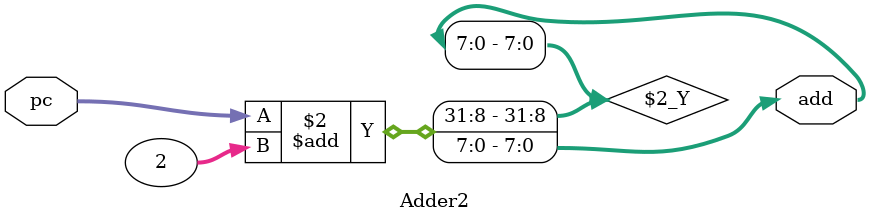
<source format=v>
module Adder2#(parameter N=7)
	(output reg[N:0] add,
	input [N:0] pc
	);
always@(*)
begin
	add=pc+2;
end
endmodule

</source>
